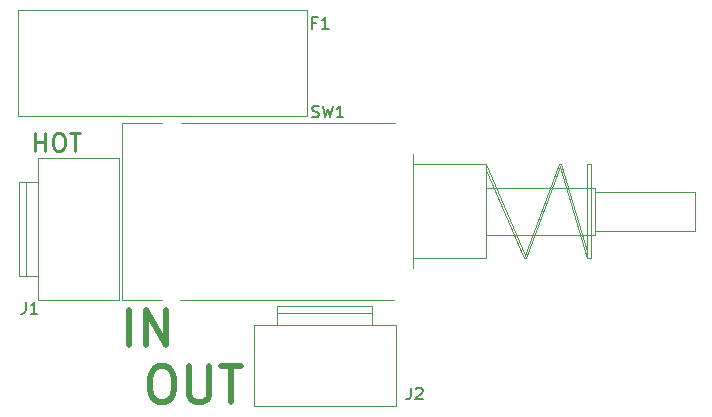
<source format=gbr>
G04 #@! TF.GenerationSoftware,KiCad,Pcbnew,(5.1.0)-1*
G04 #@! TF.CreationDate,2019-06-01T21:15:29-04:00*
G04 #@! TF.ProjectId,power,706f7765-722e-46b6-9963-61645f706362,rev?*
G04 #@! TF.SameCoordinates,Original*
G04 #@! TF.FileFunction,Legend,Top*
G04 #@! TF.FilePolarity,Positive*
%FSLAX46Y46*%
G04 Gerber Fmt 4.6, Leading zero omitted, Abs format (unit mm)*
G04 Created by KiCad (PCBNEW (5.1.0)-1) date 2019-06-01 21:15:29*
%MOMM*%
%LPD*%
G04 APERTURE LIST*
%ADD10C,0.250000*%
%ADD11C,0.500000*%
%ADD12C,0.120000*%
%ADD13C,0.150000*%
G04 APERTURE END LIST*
D10*
X77964285Y-59428571D02*
X77964285Y-57928571D01*
X77964285Y-58642857D02*
X78821428Y-58642857D01*
X78821428Y-59428571D02*
X78821428Y-57928571D01*
X79821428Y-57928571D02*
X80107142Y-57928571D01*
X80250000Y-58000000D01*
X80392857Y-58142857D01*
X80464285Y-58428571D01*
X80464285Y-58928571D01*
X80392857Y-59214285D01*
X80250000Y-59357142D01*
X80107142Y-59428571D01*
X79821428Y-59428571D01*
X79678571Y-59357142D01*
X79535714Y-59214285D01*
X79464285Y-58928571D01*
X79464285Y-58428571D01*
X79535714Y-58142857D01*
X79678571Y-58000000D01*
X79821428Y-57928571D01*
X80892857Y-57928571D02*
X81750000Y-57928571D01*
X81321428Y-59428571D02*
X81321428Y-57928571D01*
D11*
X88440000Y-77668642D02*
X89011428Y-77668642D01*
X89297142Y-77811500D01*
X89582857Y-78097214D01*
X89725714Y-78668642D01*
X89725714Y-79668642D01*
X89582857Y-80240071D01*
X89297142Y-80525785D01*
X89011428Y-80668642D01*
X88440000Y-80668642D01*
X88154285Y-80525785D01*
X87868571Y-80240071D01*
X87725714Y-79668642D01*
X87725714Y-78668642D01*
X87868571Y-78097214D01*
X88154285Y-77811500D01*
X88440000Y-77668642D01*
X91011428Y-77668642D02*
X91011428Y-80097214D01*
X91154285Y-80382928D01*
X91297142Y-80525785D01*
X91582857Y-80668642D01*
X92154285Y-80668642D01*
X92440000Y-80525785D01*
X92582857Y-80382928D01*
X92725714Y-80097214D01*
X92725714Y-77668642D01*
X93725714Y-77668642D02*
X95440000Y-77668642D01*
X94582857Y-80668642D02*
X94582857Y-77668642D01*
X85928571Y-75857142D02*
X85928571Y-72857142D01*
X87357142Y-75857142D02*
X87357142Y-72857142D01*
X89071428Y-75857142D01*
X89071428Y-72857142D01*
D12*
X78210000Y-72040000D02*
X85110000Y-72040000D01*
X85110000Y-72040000D02*
X85110000Y-60040000D01*
X85110000Y-60040000D02*
X78210000Y-60040000D01*
X76610000Y-62040000D02*
X76610000Y-70040000D01*
X76610000Y-70040000D02*
X78210000Y-70040000D01*
X78210000Y-62040000D02*
X76610000Y-62040000D01*
X77210000Y-70040000D02*
X77210000Y-62040000D01*
X78210000Y-72040000D02*
X78210000Y-60040000D01*
X96489000Y-74146000D02*
X108489000Y-74146000D01*
X98489000Y-73146000D02*
X106489000Y-73146000D01*
X106489000Y-74146000D02*
X106489000Y-72546000D01*
X98489000Y-72546000D02*
X98489000Y-74146000D01*
X106489000Y-72546000D02*
X98489000Y-72546000D01*
X108489000Y-81046000D02*
X108489000Y-74146000D01*
X96489000Y-81046000D02*
X108489000Y-81046000D01*
X96489000Y-74146000D02*
X96489000Y-81046000D01*
X85340501Y-64520000D02*
X85340501Y-72020000D01*
X85340501Y-72020000D02*
X85340501Y-57020000D01*
X90340501Y-57020000D02*
X108440501Y-57020000D01*
X109940501Y-59720000D02*
X109940501Y-69320000D01*
X108340501Y-72020000D02*
X90240501Y-72020000D01*
X109940501Y-60520000D02*
X116140501Y-60520000D01*
X109940501Y-68520000D02*
X116140501Y-68520000D01*
X116140501Y-68520000D02*
X116140501Y-60520000D01*
X125340501Y-62870000D02*
X133840501Y-62870000D01*
X133840501Y-62870000D02*
X133840501Y-66170000D01*
X133840501Y-66170000D02*
X125340501Y-66170000D01*
X125340501Y-62520000D02*
X116140501Y-62520000D01*
X125340501Y-66520000D02*
X116140501Y-66520000D01*
X125040501Y-61620000D02*
X125040501Y-67420000D01*
X125040501Y-68520000D02*
X125040501Y-60520000D01*
X125040501Y-60520000D02*
X124740501Y-60520000D01*
X124740501Y-60520000D02*
X124740501Y-68520000D01*
X124740501Y-68520000D02*
X125040501Y-68520000D01*
X125340501Y-62520000D02*
X125340501Y-66520000D01*
X116140501Y-60520000D02*
X119440501Y-68220000D01*
X119340501Y-68520000D02*
X122340501Y-60520000D01*
X122440501Y-60820000D02*
X124740501Y-68520000D01*
X124740501Y-67920000D02*
X122540501Y-60520000D01*
X122540501Y-60520000D02*
X122340501Y-60520000D01*
X122540501Y-60520000D02*
X119540501Y-68520000D01*
X119540501Y-68520000D02*
X119340501Y-68520000D01*
X119340501Y-68520000D02*
X116140501Y-61020000D01*
X88740501Y-57020000D02*
X85340501Y-57020000D01*
X85340501Y-72020000D02*
X88740501Y-72020000D01*
X76500000Y-56500000D02*
X101000000Y-56500000D01*
X101000000Y-56500000D02*
X101000000Y-47500000D01*
X101000000Y-47500000D02*
X76500000Y-47500000D01*
X76500000Y-47500000D02*
X76500000Y-56500000D01*
D13*
X77166666Y-72202380D02*
X77166666Y-72916666D01*
X77119047Y-73059523D01*
X77023809Y-73154761D01*
X76880952Y-73202380D01*
X76785714Y-73202380D01*
X78166666Y-73202380D02*
X77595238Y-73202380D01*
X77880952Y-73202380D02*
X77880952Y-72202380D01*
X77785714Y-72345238D01*
X77690476Y-72440476D01*
X77595238Y-72488095D01*
X109775666Y-79462380D02*
X109775666Y-80176666D01*
X109728047Y-80319523D01*
X109632809Y-80414761D01*
X109489952Y-80462380D01*
X109394714Y-80462380D01*
X110204238Y-79557619D02*
X110251857Y-79510000D01*
X110347095Y-79462380D01*
X110585190Y-79462380D01*
X110680428Y-79510000D01*
X110728047Y-79557619D01*
X110775666Y-79652857D01*
X110775666Y-79748095D01*
X110728047Y-79890952D01*
X110156619Y-80462380D01*
X110775666Y-80462380D01*
X101416666Y-56529761D02*
X101559523Y-56577380D01*
X101797619Y-56577380D01*
X101892857Y-56529761D01*
X101940476Y-56482142D01*
X101988095Y-56386904D01*
X101988095Y-56291666D01*
X101940476Y-56196428D01*
X101892857Y-56148809D01*
X101797619Y-56101190D01*
X101607142Y-56053571D01*
X101511904Y-56005952D01*
X101464285Y-55958333D01*
X101416666Y-55863095D01*
X101416666Y-55767857D01*
X101464285Y-55672619D01*
X101511904Y-55625000D01*
X101607142Y-55577380D01*
X101845238Y-55577380D01*
X101988095Y-55625000D01*
X102321428Y-55577380D02*
X102559523Y-56577380D01*
X102750000Y-55863095D01*
X102940476Y-56577380D01*
X103178571Y-55577380D01*
X104083333Y-56577380D02*
X103511904Y-56577380D01*
X103797619Y-56577380D02*
X103797619Y-55577380D01*
X103702380Y-55720238D01*
X103607142Y-55815476D01*
X103511904Y-55863095D01*
X101791666Y-48553571D02*
X101458333Y-48553571D01*
X101458333Y-49077380D02*
X101458333Y-48077380D01*
X101934523Y-48077380D01*
X102839285Y-49077380D02*
X102267857Y-49077380D01*
X102553571Y-49077380D02*
X102553571Y-48077380D01*
X102458333Y-48220238D01*
X102363095Y-48315476D01*
X102267857Y-48363095D01*
M02*

</source>
